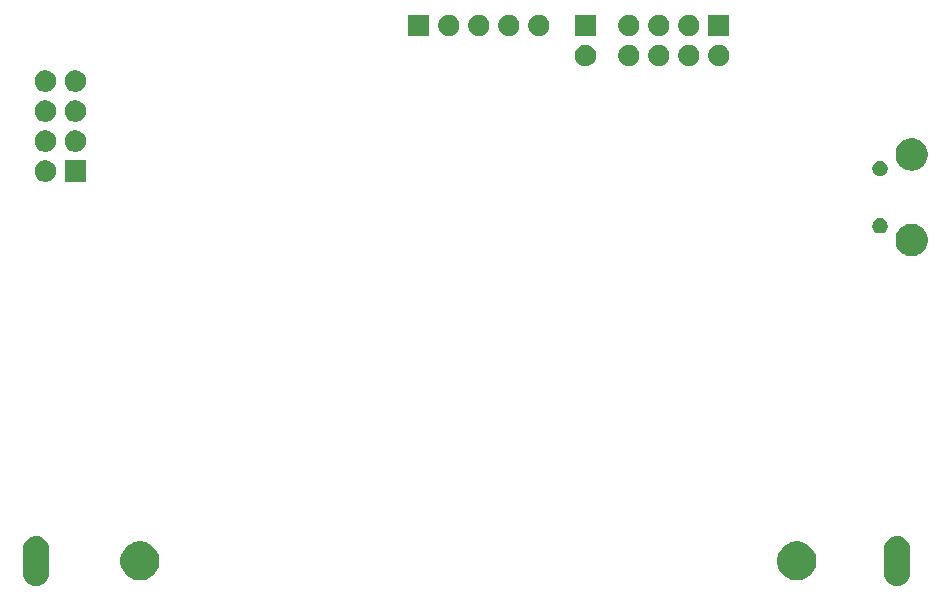
<source format=gbr>
G04 #@! TF.GenerationSoftware,KiCad,Pcbnew,5.1.5-52549c5~86~ubuntu19.10.1*
G04 #@! TF.CreationDate,2020-07-12T21:09:55+02:00*
G04 #@! TF.ProjectId,Remote_TempHumid,52656d6f-7465-45f5-9465-6d7048756d69,rev?*
G04 #@! TF.SameCoordinates,Original*
G04 #@! TF.FileFunction,Soldermask,Bot*
G04 #@! TF.FilePolarity,Negative*
%FSLAX46Y46*%
G04 Gerber Fmt 4.6, Leading zero omitted, Abs format (unit mm)*
G04 Created by KiCad (PCBNEW 5.1.5-52549c5~86~ubuntu19.10.1) date 2020-07-12 21:09:55*
%MOMM*%
%LPD*%
G04 APERTURE LIST*
%ADD10C,0.100000*%
G04 APERTURE END LIST*
D10*
G36*
X102804893Y-102796714D02*
G01*
X103009605Y-102858813D01*
X103198268Y-102959655D01*
X103249647Y-103001821D01*
X103363634Y-103095366D01*
X103457179Y-103209353D01*
X103499345Y-103260732D01*
X103600187Y-103449395D01*
X103662286Y-103654107D01*
X103678000Y-103813655D01*
X103678000Y-105990345D01*
X103662286Y-106149893D01*
X103600187Y-106354605D01*
X103499345Y-106543268D01*
X103457179Y-106594647D01*
X103363634Y-106708634D01*
X103276667Y-106780004D01*
X103198268Y-106844345D01*
X103009604Y-106945187D01*
X102804892Y-107007286D01*
X102592000Y-107028254D01*
X102379107Y-107007286D01*
X102174395Y-106945187D01*
X101985732Y-106844345D01*
X101934353Y-106802179D01*
X101820366Y-106708634D01*
X101748996Y-106621667D01*
X101684655Y-106543268D01*
X101583813Y-106354604D01*
X101521714Y-106149892D01*
X101506000Y-105990344D01*
X101506001Y-103813655D01*
X101521715Y-103654107D01*
X101583814Y-103449395D01*
X101684656Y-103260732D01*
X101726822Y-103209353D01*
X101820367Y-103095366D01*
X101934354Y-103001821D01*
X101985733Y-102959655D01*
X102174396Y-102858813D01*
X102379108Y-102796714D01*
X102592000Y-102775746D01*
X102804893Y-102796714D01*
G37*
G36*
X175704893Y-102796714D02*
G01*
X175909605Y-102858813D01*
X176098268Y-102959655D01*
X176149647Y-103001821D01*
X176263634Y-103095366D01*
X176357179Y-103209353D01*
X176399345Y-103260732D01*
X176500187Y-103449395D01*
X176562286Y-103654107D01*
X176578000Y-103813655D01*
X176578000Y-105990345D01*
X176562286Y-106149893D01*
X176500187Y-106354605D01*
X176399345Y-106543268D01*
X176357179Y-106594647D01*
X176263634Y-106708634D01*
X176176667Y-106780004D01*
X176098268Y-106844345D01*
X175909604Y-106945187D01*
X175704892Y-107007286D01*
X175492000Y-107028254D01*
X175279107Y-107007286D01*
X175074395Y-106945187D01*
X174885732Y-106844345D01*
X174834353Y-106802179D01*
X174720366Y-106708634D01*
X174648996Y-106621667D01*
X174584655Y-106543268D01*
X174483813Y-106354604D01*
X174421714Y-106149892D01*
X174406000Y-105990344D01*
X174406001Y-103813655D01*
X174421715Y-103654107D01*
X174483814Y-103449395D01*
X174584656Y-103260732D01*
X174626822Y-103209353D01*
X174720367Y-103095366D01*
X174834354Y-103001821D01*
X174885733Y-102959655D01*
X175074396Y-102858813D01*
X175279108Y-102796714D01*
X175492000Y-102775746D01*
X175704893Y-102796714D01*
G37*
G36*
X111757256Y-103293298D02*
G01*
X111863579Y-103314447D01*
X112164042Y-103438903D01*
X112434451Y-103619585D01*
X112664415Y-103849549D01*
X112845097Y-104119958D01*
X112969553Y-104420421D01*
X113033000Y-104739391D01*
X113033000Y-105064609D01*
X112969553Y-105383579D01*
X112845097Y-105684042D01*
X112664415Y-105954451D01*
X112434451Y-106184415D01*
X112164042Y-106365097D01*
X111863579Y-106489553D01*
X111757256Y-106510702D01*
X111544611Y-106553000D01*
X111219389Y-106553000D01*
X111006744Y-106510702D01*
X110900421Y-106489553D01*
X110599958Y-106365097D01*
X110329549Y-106184415D01*
X110099585Y-105954451D01*
X109918903Y-105684042D01*
X109794447Y-105383579D01*
X109731000Y-105064609D01*
X109731000Y-104739391D01*
X109794447Y-104420421D01*
X109918903Y-104119958D01*
X110099585Y-103849549D01*
X110329549Y-103619585D01*
X110599958Y-103438903D01*
X110900421Y-103314447D01*
X111006744Y-103293298D01*
X111219389Y-103251000D01*
X111544611Y-103251000D01*
X111757256Y-103293298D01*
G37*
G36*
X167372256Y-103293298D02*
G01*
X167478579Y-103314447D01*
X167779042Y-103438903D01*
X168049451Y-103619585D01*
X168279415Y-103849549D01*
X168460097Y-104119958D01*
X168584553Y-104420421D01*
X168648000Y-104739391D01*
X168648000Y-105064609D01*
X168584553Y-105383579D01*
X168460097Y-105684042D01*
X168279415Y-105954451D01*
X168049451Y-106184415D01*
X167779042Y-106365097D01*
X167478579Y-106489553D01*
X167372256Y-106510702D01*
X167159611Y-106553000D01*
X166834389Y-106553000D01*
X166621744Y-106510702D01*
X166515421Y-106489553D01*
X166214958Y-106365097D01*
X165944549Y-106184415D01*
X165714585Y-105954451D01*
X165533903Y-105684042D01*
X165409447Y-105383579D01*
X165346000Y-105064609D01*
X165346000Y-104739391D01*
X165409447Y-104420421D01*
X165533903Y-104119958D01*
X165714585Y-103849549D01*
X165944549Y-103619585D01*
X166214958Y-103438903D01*
X166515421Y-103314447D01*
X166621744Y-103293298D01*
X166834389Y-103251000D01*
X167159611Y-103251000D01*
X167372256Y-103293298D01*
G37*
G36*
X176902724Y-76360497D02*
G01*
X177129906Y-76405686D01*
X177379412Y-76509035D01*
X177603962Y-76659075D01*
X177794925Y-76850038D01*
X177944965Y-77074588D01*
X178048314Y-77324094D01*
X178101000Y-77588968D01*
X178101000Y-77859032D01*
X178048314Y-78123906D01*
X177944965Y-78373412D01*
X177794925Y-78597962D01*
X177603962Y-78788925D01*
X177379412Y-78938965D01*
X177129906Y-79042314D01*
X176902724Y-79087503D01*
X176865033Y-79095000D01*
X176594967Y-79095000D01*
X176557276Y-79087503D01*
X176330094Y-79042314D01*
X176080588Y-78938965D01*
X175856038Y-78788925D01*
X175665075Y-78597962D01*
X175515035Y-78373412D01*
X175411686Y-78123906D01*
X175359000Y-77859032D01*
X175359000Y-77588968D01*
X175411686Y-77324094D01*
X175515035Y-77074588D01*
X175665075Y-76850038D01*
X175856038Y-76659075D01*
X176080588Y-76509035D01*
X176330094Y-76405686D01*
X176557276Y-76360497D01*
X176594967Y-76353000D01*
X176865033Y-76353000D01*
X176902724Y-76360497D01*
G37*
G36*
X174239890Y-75898017D02*
G01*
X174358364Y-75947091D01*
X174464988Y-76018335D01*
X174555665Y-76109012D01*
X174626909Y-76215636D01*
X174675983Y-76334110D01*
X174701000Y-76459882D01*
X174701000Y-76588118D01*
X174675983Y-76713890D01*
X174626909Y-76832364D01*
X174555665Y-76938988D01*
X174464988Y-77029665D01*
X174358364Y-77100909D01*
X174358363Y-77100910D01*
X174358362Y-77100910D01*
X174239890Y-77149983D01*
X174114119Y-77175000D01*
X173985881Y-77175000D01*
X173860110Y-77149983D01*
X173741638Y-77100910D01*
X173741637Y-77100910D01*
X173741636Y-77100909D01*
X173635012Y-77029665D01*
X173544335Y-76938988D01*
X173473091Y-76832364D01*
X173424017Y-76713890D01*
X173399000Y-76588118D01*
X173399000Y-76459882D01*
X173424017Y-76334110D01*
X173473091Y-76215636D01*
X173544335Y-76109012D01*
X173635012Y-76018335D01*
X173741636Y-75947091D01*
X173860110Y-75898017D01*
X173985881Y-75873000D01*
X174114119Y-75873000D01*
X174239890Y-75898017D01*
G37*
G36*
X106832600Y-72796600D02*
G01*
X105003400Y-72796600D01*
X105003400Y-70967400D01*
X106832600Y-70967400D01*
X106832600Y-72796600D01*
G37*
G36*
X103644778Y-71002547D02*
G01*
X103811224Y-71071491D01*
X103961022Y-71171583D01*
X104088417Y-71298978D01*
X104188509Y-71448776D01*
X104257453Y-71615222D01*
X104292600Y-71791918D01*
X104292600Y-71972082D01*
X104257453Y-72148778D01*
X104188509Y-72315224D01*
X104088417Y-72465022D01*
X103961022Y-72592417D01*
X103811224Y-72692509D01*
X103644778Y-72761453D01*
X103468082Y-72796600D01*
X103287918Y-72796600D01*
X103111222Y-72761453D01*
X102944776Y-72692509D01*
X102794978Y-72592417D01*
X102667583Y-72465022D01*
X102567491Y-72315224D01*
X102498547Y-72148778D01*
X102463400Y-71972082D01*
X102463400Y-71791918D01*
X102498547Y-71615222D01*
X102567491Y-71448776D01*
X102667583Y-71298978D01*
X102794978Y-71171583D01*
X102944776Y-71071491D01*
X103111222Y-71002547D01*
X103287918Y-70967400D01*
X103468082Y-70967400D01*
X103644778Y-71002547D01*
G37*
G36*
X174239890Y-71048017D02*
G01*
X174358364Y-71097091D01*
X174464988Y-71168335D01*
X174555665Y-71259012D01*
X174626909Y-71365636D01*
X174675983Y-71484110D01*
X174701000Y-71609882D01*
X174701000Y-71738118D01*
X174675983Y-71863890D01*
X174626909Y-71982364D01*
X174555665Y-72088988D01*
X174464988Y-72179665D01*
X174358364Y-72250909D01*
X174358363Y-72250910D01*
X174358362Y-72250910D01*
X174239890Y-72299983D01*
X174114119Y-72325000D01*
X173985881Y-72325000D01*
X173860110Y-72299983D01*
X173741638Y-72250910D01*
X173741637Y-72250910D01*
X173741636Y-72250909D01*
X173635012Y-72179665D01*
X173544335Y-72088988D01*
X173473091Y-71982364D01*
X173424017Y-71863890D01*
X173399000Y-71738118D01*
X173399000Y-71609882D01*
X173424017Y-71484110D01*
X173473091Y-71365636D01*
X173544335Y-71259012D01*
X173635012Y-71168335D01*
X173741636Y-71097091D01*
X173860110Y-71048017D01*
X173985881Y-71023000D01*
X174114119Y-71023000D01*
X174239890Y-71048017D01*
G37*
G36*
X176902724Y-69110497D02*
G01*
X177129906Y-69155686D01*
X177379412Y-69259035D01*
X177603962Y-69409075D01*
X177794925Y-69600038D01*
X177944965Y-69824588D01*
X178048314Y-70074094D01*
X178101000Y-70338968D01*
X178101000Y-70609032D01*
X178048314Y-70873906D01*
X177944965Y-71123412D01*
X177794925Y-71347962D01*
X177603962Y-71538925D01*
X177379412Y-71688965D01*
X177129906Y-71792314D01*
X176902724Y-71837503D01*
X176865033Y-71845000D01*
X176594967Y-71845000D01*
X176557276Y-71837503D01*
X176330094Y-71792314D01*
X176080588Y-71688965D01*
X175856038Y-71538925D01*
X175665075Y-71347962D01*
X175515035Y-71123412D01*
X175411686Y-70873906D01*
X175359000Y-70609032D01*
X175359000Y-70338968D01*
X175411686Y-70074094D01*
X175515035Y-69824588D01*
X175665075Y-69600038D01*
X175856038Y-69409075D01*
X176080588Y-69259035D01*
X176330094Y-69155686D01*
X176557276Y-69110497D01*
X176594967Y-69103000D01*
X176865033Y-69103000D01*
X176902724Y-69110497D01*
G37*
G36*
X103644778Y-68462547D02*
G01*
X103811224Y-68531491D01*
X103961022Y-68631583D01*
X104088417Y-68758978D01*
X104188509Y-68908776D01*
X104257453Y-69075222D01*
X104292600Y-69251918D01*
X104292600Y-69432082D01*
X104257453Y-69608778D01*
X104188509Y-69775224D01*
X104088417Y-69925022D01*
X103961022Y-70052417D01*
X103811224Y-70152509D01*
X103644778Y-70221453D01*
X103468082Y-70256600D01*
X103287918Y-70256600D01*
X103111222Y-70221453D01*
X102944776Y-70152509D01*
X102794978Y-70052417D01*
X102667583Y-69925022D01*
X102567491Y-69775224D01*
X102498547Y-69608778D01*
X102463400Y-69432082D01*
X102463400Y-69251918D01*
X102498547Y-69075222D01*
X102567491Y-68908776D01*
X102667583Y-68758978D01*
X102794978Y-68631583D01*
X102944776Y-68531491D01*
X103111222Y-68462547D01*
X103287918Y-68427400D01*
X103468082Y-68427400D01*
X103644778Y-68462547D01*
G37*
G36*
X106184778Y-68462547D02*
G01*
X106351224Y-68531491D01*
X106501022Y-68631583D01*
X106628417Y-68758978D01*
X106728509Y-68908776D01*
X106797453Y-69075222D01*
X106832600Y-69251918D01*
X106832600Y-69432082D01*
X106797453Y-69608778D01*
X106728509Y-69775224D01*
X106628417Y-69925022D01*
X106501022Y-70052417D01*
X106351224Y-70152509D01*
X106184778Y-70221453D01*
X106008082Y-70256600D01*
X105827918Y-70256600D01*
X105651222Y-70221453D01*
X105484776Y-70152509D01*
X105334978Y-70052417D01*
X105207583Y-69925022D01*
X105107491Y-69775224D01*
X105038547Y-69608778D01*
X105003400Y-69432082D01*
X105003400Y-69251918D01*
X105038547Y-69075222D01*
X105107491Y-68908776D01*
X105207583Y-68758978D01*
X105334978Y-68631583D01*
X105484776Y-68531491D01*
X105651222Y-68462547D01*
X105827918Y-68427400D01*
X106008082Y-68427400D01*
X106184778Y-68462547D01*
G37*
G36*
X106184778Y-65922547D02*
G01*
X106351224Y-65991491D01*
X106501022Y-66091583D01*
X106628417Y-66218978D01*
X106728509Y-66368776D01*
X106797453Y-66535222D01*
X106832600Y-66711918D01*
X106832600Y-66892082D01*
X106797453Y-67068778D01*
X106728509Y-67235224D01*
X106628417Y-67385022D01*
X106501022Y-67512417D01*
X106351224Y-67612509D01*
X106184778Y-67681453D01*
X106008082Y-67716600D01*
X105827918Y-67716600D01*
X105651222Y-67681453D01*
X105484776Y-67612509D01*
X105334978Y-67512417D01*
X105207583Y-67385022D01*
X105107491Y-67235224D01*
X105038547Y-67068778D01*
X105003400Y-66892082D01*
X105003400Y-66711918D01*
X105038547Y-66535222D01*
X105107491Y-66368776D01*
X105207583Y-66218978D01*
X105334978Y-66091583D01*
X105484776Y-65991491D01*
X105651222Y-65922547D01*
X105827918Y-65887400D01*
X106008082Y-65887400D01*
X106184778Y-65922547D01*
G37*
G36*
X103644778Y-65922547D02*
G01*
X103811224Y-65991491D01*
X103961022Y-66091583D01*
X104088417Y-66218978D01*
X104188509Y-66368776D01*
X104257453Y-66535222D01*
X104292600Y-66711918D01*
X104292600Y-66892082D01*
X104257453Y-67068778D01*
X104188509Y-67235224D01*
X104088417Y-67385022D01*
X103961022Y-67512417D01*
X103811224Y-67612509D01*
X103644778Y-67681453D01*
X103468082Y-67716600D01*
X103287918Y-67716600D01*
X103111222Y-67681453D01*
X102944776Y-67612509D01*
X102794978Y-67512417D01*
X102667583Y-67385022D01*
X102567491Y-67235224D01*
X102498547Y-67068778D01*
X102463400Y-66892082D01*
X102463400Y-66711918D01*
X102498547Y-66535222D01*
X102567491Y-66368776D01*
X102667583Y-66218978D01*
X102794978Y-66091583D01*
X102944776Y-65991491D01*
X103111222Y-65922547D01*
X103287918Y-65887400D01*
X103468082Y-65887400D01*
X103644778Y-65922547D01*
G37*
G36*
X103644778Y-63382547D02*
G01*
X103811224Y-63451491D01*
X103961022Y-63551583D01*
X104088417Y-63678978D01*
X104188509Y-63828776D01*
X104257453Y-63995222D01*
X104292600Y-64171918D01*
X104292600Y-64352082D01*
X104257453Y-64528778D01*
X104188509Y-64695224D01*
X104088417Y-64845022D01*
X103961022Y-64972417D01*
X103811224Y-65072509D01*
X103644778Y-65141453D01*
X103468082Y-65176600D01*
X103287918Y-65176600D01*
X103111222Y-65141453D01*
X102944776Y-65072509D01*
X102794978Y-64972417D01*
X102667583Y-64845022D01*
X102567491Y-64695224D01*
X102498547Y-64528778D01*
X102463400Y-64352082D01*
X102463400Y-64171918D01*
X102498547Y-63995222D01*
X102567491Y-63828776D01*
X102667583Y-63678978D01*
X102794978Y-63551583D01*
X102944776Y-63451491D01*
X103111222Y-63382547D01*
X103287918Y-63347400D01*
X103468082Y-63347400D01*
X103644778Y-63382547D01*
G37*
G36*
X106184778Y-63382547D02*
G01*
X106351224Y-63451491D01*
X106501022Y-63551583D01*
X106628417Y-63678978D01*
X106728509Y-63828776D01*
X106797453Y-63995222D01*
X106832600Y-64171918D01*
X106832600Y-64352082D01*
X106797453Y-64528778D01*
X106728509Y-64695224D01*
X106628417Y-64845022D01*
X106501022Y-64972417D01*
X106351224Y-65072509D01*
X106184778Y-65141453D01*
X106008082Y-65176600D01*
X105827918Y-65176600D01*
X105651222Y-65141453D01*
X105484776Y-65072509D01*
X105334978Y-64972417D01*
X105207583Y-64845022D01*
X105107491Y-64695224D01*
X105038547Y-64528778D01*
X105003400Y-64352082D01*
X105003400Y-64171918D01*
X105038547Y-63995222D01*
X105107491Y-63828776D01*
X105207583Y-63678978D01*
X105334978Y-63551583D01*
X105484776Y-63451491D01*
X105651222Y-63382547D01*
X105827918Y-63347400D01*
X106008082Y-63347400D01*
X106184778Y-63382547D01*
G37*
G36*
X157974512Y-61206927D02*
G01*
X158123812Y-61236624D01*
X158287784Y-61304544D01*
X158435354Y-61403147D01*
X158560853Y-61528646D01*
X158659456Y-61676216D01*
X158727376Y-61840188D01*
X158762000Y-62014259D01*
X158762000Y-62191741D01*
X158727376Y-62365812D01*
X158659456Y-62529784D01*
X158560853Y-62677354D01*
X158435354Y-62802853D01*
X158287784Y-62901456D01*
X158123812Y-62969376D01*
X157974512Y-62999073D01*
X157949742Y-63004000D01*
X157772258Y-63004000D01*
X157747488Y-62999073D01*
X157598188Y-62969376D01*
X157434216Y-62901456D01*
X157286646Y-62802853D01*
X157161147Y-62677354D01*
X157062544Y-62529784D01*
X156994624Y-62365812D01*
X156960000Y-62191741D01*
X156960000Y-62014259D01*
X156994624Y-61840188D01*
X157062544Y-61676216D01*
X157161147Y-61528646D01*
X157286646Y-61403147D01*
X157434216Y-61304544D01*
X157598188Y-61236624D01*
X157747488Y-61206927D01*
X157772258Y-61202000D01*
X157949742Y-61202000D01*
X157974512Y-61206927D01*
G37*
G36*
X155434512Y-61206927D02*
G01*
X155583812Y-61236624D01*
X155747784Y-61304544D01*
X155895354Y-61403147D01*
X156020853Y-61528646D01*
X156119456Y-61676216D01*
X156187376Y-61840188D01*
X156222000Y-62014259D01*
X156222000Y-62191741D01*
X156187376Y-62365812D01*
X156119456Y-62529784D01*
X156020853Y-62677354D01*
X155895354Y-62802853D01*
X155747784Y-62901456D01*
X155583812Y-62969376D01*
X155434512Y-62999073D01*
X155409742Y-63004000D01*
X155232258Y-63004000D01*
X155207488Y-62999073D01*
X155058188Y-62969376D01*
X154894216Y-62901456D01*
X154746646Y-62802853D01*
X154621147Y-62677354D01*
X154522544Y-62529784D01*
X154454624Y-62365812D01*
X154420000Y-62191741D01*
X154420000Y-62014259D01*
X154454624Y-61840188D01*
X154522544Y-61676216D01*
X154621147Y-61528646D01*
X154746646Y-61403147D01*
X154894216Y-61304544D01*
X155058188Y-61236624D01*
X155207488Y-61206927D01*
X155232258Y-61202000D01*
X155409742Y-61202000D01*
X155434512Y-61206927D01*
G37*
G36*
X160514512Y-61206927D02*
G01*
X160663812Y-61236624D01*
X160827784Y-61304544D01*
X160975354Y-61403147D01*
X161100853Y-61528646D01*
X161199456Y-61676216D01*
X161267376Y-61840188D01*
X161302000Y-62014259D01*
X161302000Y-62191741D01*
X161267376Y-62365812D01*
X161199456Y-62529784D01*
X161100853Y-62677354D01*
X160975354Y-62802853D01*
X160827784Y-62901456D01*
X160663812Y-62969376D01*
X160514512Y-62999073D01*
X160489742Y-63004000D01*
X160312258Y-63004000D01*
X160287488Y-62999073D01*
X160138188Y-62969376D01*
X159974216Y-62901456D01*
X159826646Y-62802853D01*
X159701147Y-62677354D01*
X159602544Y-62529784D01*
X159534624Y-62365812D01*
X159500000Y-62191741D01*
X159500000Y-62014259D01*
X159534624Y-61840188D01*
X159602544Y-61676216D01*
X159701147Y-61528646D01*
X159826646Y-61403147D01*
X159974216Y-61304544D01*
X160138188Y-61236624D01*
X160287488Y-61206927D01*
X160312258Y-61202000D01*
X160489742Y-61202000D01*
X160514512Y-61206927D01*
G37*
G36*
X149211512Y-61206927D02*
G01*
X149360812Y-61236624D01*
X149524784Y-61304544D01*
X149672354Y-61403147D01*
X149797853Y-61528646D01*
X149896456Y-61676216D01*
X149964376Y-61840188D01*
X149999000Y-62014259D01*
X149999000Y-62191741D01*
X149964376Y-62365812D01*
X149896456Y-62529784D01*
X149797853Y-62677354D01*
X149672354Y-62802853D01*
X149524784Y-62901456D01*
X149360812Y-62969376D01*
X149211512Y-62999073D01*
X149186742Y-63004000D01*
X149009258Y-63004000D01*
X148984488Y-62999073D01*
X148835188Y-62969376D01*
X148671216Y-62901456D01*
X148523646Y-62802853D01*
X148398147Y-62677354D01*
X148299544Y-62529784D01*
X148231624Y-62365812D01*
X148197000Y-62191741D01*
X148197000Y-62014259D01*
X148231624Y-61840188D01*
X148299544Y-61676216D01*
X148398147Y-61528646D01*
X148523646Y-61403147D01*
X148671216Y-61304544D01*
X148835188Y-61236624D01*
X148984488Y-61206927D01*
X149009258Y-61202000D01*
X149186742Y-61202000D01*
X149211512Y-61206927D01*
G37*
G36*
X152894512Y-61206927D02*
G01*
X153043812Y-61236624D01*
X153207784Y-61304544D01*
X153355354Y-61403147D01*
X153480853Y-61528646D01*
X153579456Y-61676216D01*
X153647376Y-61840188D01*
X153682000Y-62014259D01*
X153682000Y-62191741D01*
X153647376Y-62365812D01*
X153579456Y-62529784D01*
X153480853Y-62677354D01*
X153355354Y-62802853D01*
X153207784Y-62901456D01*
X153043812Y-62969376D01*
X152894512Y-62999073D01*
X152869742Y-63004000D01*
X152692258Y-63004000D01*
X152667488Y-62999073D01*
X152518188Y-62969376D01*
X152354216Y-62901456D01*
X152206646Y-62802853D01*
X152081147Y-62677354D01*
X151982544Y-62529784D01*
X151914624Y-62365812D01*
X151880000Y-62191741D01*
X151880000Y-62014259D01*
X151914624Y-61840188D01*
X151982544Y-61676216D01*
X152081147Y-61528646D01*
X152206646Y-61403147D01*
X152354216Y-61304544D01*
X152518188Y-61236624D01*
X152667488Y-61206927D01*
X152692258Y-61202000D01*
X152869742Y-61202000D01*
X152894512Y-61206927D01*
G37*
G36*
X137654512Y-58666927D02*
G01*
X137803812Y-58696624D01*
X137967784Y-58764544D01*
X138115354Y-58863147D01*
X138240853Y-58988646D01*
X138339456Y-59136216D01*
X138407376Y-59300188D01*
X138442000Y-59474259D01*
X138442000Y-59651741D01*
X138407376Y-59825812D01*
X138339456Y-59989784D01*
X138240853Y-60137354D01*
X138115354Y-60262853D01*
X137967784Y-60361456D01*
X137803812Y-60429376D01*
X137654512Y-60459073D01*
X137629742Y-60464000D01*
X137452258Y-60464000D01*
X137427488Y-60459073D01*
X137278188Y-60429376D01*
X137114216Y-60361456D01*
X136966646Y-60262853D01*
X136841147Y-60137354D01*
X136742544Y-59989784D01*
X136674624Y-59825812D01*
X136640000Y-59651741D01*
X136640000Y-59474259D01*
X136674624Y-59300188D01*
X136742544Y-59136216D01*
X136841147Y-58988646D01*
X136966646Y-58863147D01*
X137114216Y-58764544D01*
X137278188Y-58696624D01*
X137427488Y-58666927D01*
X137452258Y-58662000D01*
X137629742Y-58662000D01*
X137654512Y-58666927D01*
G37*
G36*
X135902000Y-60464000D02*
G01*
X134100000Y-60464000D01*
X134100000Y-58662000D01*
X135902000Y-58662000D01*
X135902000Y-60464000D01*
G37*
G36*
X140194512Y-58666927D02*
G01*
X140343812Y-58696624D01*
X140507784Y-58764544D01*
X140655354Y-58863147D01*
X140780853Y-58988646D01*
X140879456Y-59136216D01*
X140947376Y-59300188D01*
X140982000Y-59474259D01*
X140982000Y-59651741D01*
X140947376Y-59825812D01*
X140879456Y-59989784D01*
X140780853Y-60137354D01*
X140655354Y-60262853D01*
X140507784Y-60361456D01*
X140343812Y-60429376D01*
X140194512Y-60459073D01*
X140169742Y-60464000D01*
X139992258Y-60464000D01*
X139967488Y-60459073D01*
X139818188Y-60429376D01*
X139654216Y-60361456D01*
X139506646Y-60262853D01*
X139381147Y-60137354D01*
X139282544Y-59989784D01*
X139214624Y-59825812D01*
X139180000Y-59651741D01*
X139180000Y-59474259D01*
X139214624Y-59300188D01*
X139282544Y-59136216D01*
X139381147Y-58988646D01*
X139506646Y-58863147D01*
X139654216Y-58764544D01*
X139818188Y-58696624D01*
X139967488Y-58666927D01*
X139992258Y-58662000D01*
X140169742Y-58662000D01*
X140194512Y-58666927D01*
G37*
G36*
X142734512Y-58666927D02*
G01*
X142883812Y-58696624D01*
X143047784Y-58764544D01*
X143195354Y-58863147D01*
X143320853Y-58988646D01*
X143419456Y-59136216D01*
X143487376Y-59300188D01*
X143522000Y-59474259D01*
X143522000Y-59651741D01*
X143487376Y-59825812D01*
X143419456Y-59989784D01*
X143320853Y-60137354D01*
X143195354Y-60262853D01*
X143047784Y-60361456D01*
X142883812Y-60429376D01*
X142734512Y-60459073D01*
X142709742Y-60464000D01*
X142532258Y-60464000D01*
X142507488Y-60459073D01*
X142358188Y-60429376D01*
X142194216Y-60361456D01*
X142046646Y-60262853D01*
X141921147Y-60137354D01*
X141822544Y-59989784D01*
X141754624Y-59825812D01*
X141720000Y-59651741D01*
X141720000Y-59474259D01*
X141754624Y-59300188D01*
X141822544Y-59136216D01*
X141921147Y-58988646D01*
X142046646Y-58863147D01*
X142194216Y-58764544D01*
X142358188Y-58696624D01*
X142507488Y-58666927D01*
X142532258Y-58662000D01*
X142709742Y-58662000D01*
X142734512Y-58666927D01*
G37*
G36*
X145274512Y-58666927D02*
G01*
X145423812Y-58696624D01*
X145587784Y-58764544D01*
X145735354Y-58863147D01*
X145860853Y-58988646D01*
X145959456Y-59136216D01*
X146027376Y-59300188D01*
X146062000Y-59474259D01*
X146062000Y-59651741D01*
X146027376Y-59825812D01*
X145959456Y-59989784D01*
X145860853Y-60137354D01*
X145735354Y-60262853D01*
X145587784Y-60361456D01*
X145423812Y-60429376D01*
X145274512Y-60459073D01*
X145249742Y-60464000D01*
X145072258Y-60464000D01*
X145047488Y-60459073D01*
X144898188Y-60429376D01*
X144734216Y-60361456D01*
X144586646Y-60262853D01*
X144461147Y-60137354D01*
X144362544Y-59989784D01*
X144294624Y-59825812D01*
X144260000Y-59651741D01*
X144260000Y-59474259D01*
X144294624Y-59300188D01*
X144362544Y-59136216D01*
X144461147Y-58988646D01*
X144586646Y-58863147D01*
X144734216Y-58764544D01*
X144898188Y-58696624D01*
X145047488Y-58666927D01*
X145072258Y-58662000D01*
X145249742Y-58662000D01*
X145274512Y-58666927D01*
G37*
G36*
X149999000Y-60464000D02*
G01*
X148197000Y-60464000D01*
X148197000Y-58662000D01*
X149999000Y-58662000D01*
X149999000Y-60464000D01*
G37*
G36*
X152894512Y-58666927D02*
G01*
X153043812Y-58696624D01*
X153207784Y-58764544D01*
X153355354Y-58863147D01*
X153480853Y-58988646D01*
X153579456Y-59136216D01*
X153647376Y-59300188D01*
X153682000Y-59474259D01*
X153682000Y-59651741D01*
X153647376Y-59825812D01*
X153579456Y-59989784D01*
X153480853Y-60137354D01*
X153355354Y-60262853D01*
X153207784Y-60361456D01*
X153043812Y-60429376D01*
X152894512Y-60459073D01*
X152869742Y-60464000D01*
X152692258Y-60464000D01*
X152667488Y-60459073D01*
X152518188Y-60429376D01*
X152354216Y-60361456D01*
X152206646Y-60262853D01*
X152081147Y-60137354D01*
X151982544Y-59989784D01*
X151914624Y-59825812D01*
X151880000Y-59651741D01*
X151880000Y-59474259D01*
X151914624Y-59300188D01*
X151982544Y-59136216D01*
X152081147Y-58988646D01*
X152206646Y-58863147D01*
X152354216Y-58764544D01*
X152518188Y-58696624D01*
X152667488Y-58666927D01*
X152692258Y-58662000D01*
X152869742Y-58662000D01*
X152894512Y-58666927D01*
G37*
G36*
X161302000Y-60464000D02*
G01*
X159500000Y-60464000D01*
X159500000Y-58662000D01*
X161302000Y-58662000D01*
X161302000Y-60464000D01*
G37*
G36*
X157974512Y-58666927D02*
G01*
X158123812Y-58696624D01*
X158287784Y-58764544D01*
X158435354Y-58863147D01*
X158560853Y-58988646D01*
X158659456Y-59136216D01*
X158727376Y-59300188D01*
X158762000Y-59474259D01*
X158762000Y-59651741D01*
X158727376Y-59825812D01*
X158659456Y-59989784D01*
X158560853Y-60137354D01*
X158435354Y-60262853D01*
X158287784Y-60361456D01*
X158123812Y-60429376D01*
X157974512Y-60459073D01*
X157949742Y-60464000D01*
X157772258Y-60464000D01*
X157747488Y-60459073D01*
X157598188Y-60429376D01*
X157434216Y-60361456D01*
X157286646Y-60262853D01*
X157161147Y-60137354D01*
X157062544Y-59989784D01*
X156994624Y-59825812D01*
X156960000Y-59651741D01*
X156960000Y-59474259D01*
X156994624Y-59300188D01*
X157062544Y-59136216D01*
X157161147Y-58988646D01*
X157286646Y-58863147D01*
X157434216Y-58764544D01*
X157598188Y-58696624D01*
X157747488Y-58666927D01*
X157772258Y-58662000D01*
X157949742Y-58662000D01*
X157974512Y-58666927D01*
G37*
G36*
X155434512Y-58666927D02*
G01*
X155583812Y-58696624D01*
X155747784Y-58764544D01*
X155895354Y-58863147D01*
X156020853Y-58988646D01*
X156119456Y-59136216D01*
X156187376Y-59300188D01*
X156222000Y-59474259D01*
X156222000Y-59651741D01*
X156187376Y-59825812D01*
X156119456Y-59989784D01*
X156020853Y-60137354D01*
X155895354Y-60262853D01*
X155747784Y-60361456D01*
X155583812Y-60429376D01*
X155434512Y-60459073D01*
X155409742Y-60464000D01*
X155232258Y-60464000D01*
X155207488Y-60459073D01*
X155058188Y-60429376D01*
X154894216Y-60361456D01*
X154746646Y-60262853D01*
X154621147Y-60137354D01*
X154522544Y-59989784D01*
X154454624Y-59825812D01*
X154420000Y-59651741D01*
X154420000Y-59474259D01*
X154454624Y-59300188D01*
X154522544Y-59136216D01*
X154621147Y-58988646D01*
X154746646Y-58863147D01*
X154894216Y-58764544D01*
X155058188Y-58696624D01*
X155207488Y-58666927D01*
X155232258Y-58662000D01*
X155409742Y-58662000D01*
X155434512Y-58666927D01*
G37*
M02*

</source>
